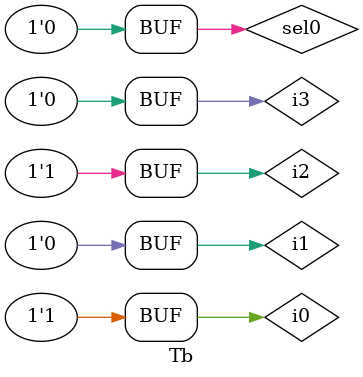
<source format=v>
module Tb;
        reg sel0,sel1;
        reg i0,i1,i2,i3;
        wire y;

        mx4 mx_4(sel0,sel1,i0,i1,i2,i3,y);

        initial begin
          $monitor("sel=%b,sel1=%b,i0=%b,i1=%b,i2=%b,i3=%b,y=%b",sel0,sel1,i0,i1,i2,i3,y);
          {i0,i1,i2,i3}=4'ha;
repeat(6) begin
  {sel0,sel1}=$random;#1;
 end
end
endmodule

</source>
